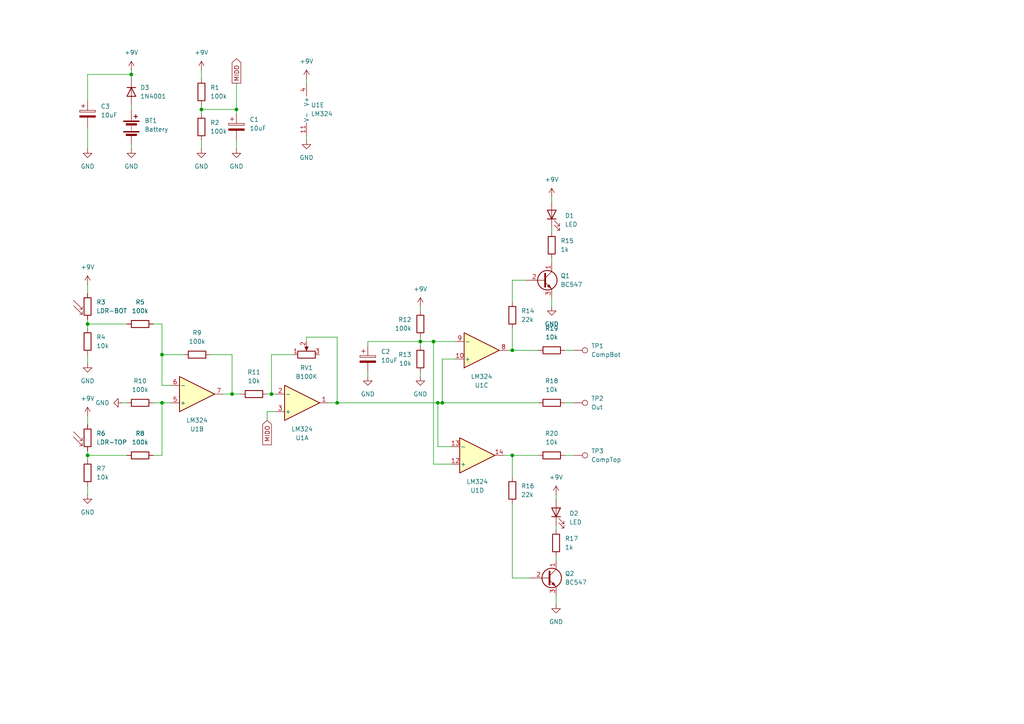
<source format=kicad_sch>
(kicad_sch (version 20231120) (generator "eeschema") (generator_version "8.0")
  (paper "A4")
  (lib_symbols
    (symbol "Amplifier_Operational:LM324" (pin_names (offset 0.127))
      (property "Reference" "U" (at 0 5.08 0))
      (property "Value" "LM324" (at 0 -5.08 0))
      (symbol "LM324_1_1"
        (polyline (pts (xy -5.08 5.08) (xy 5.08 0) (xy -5.08 -5.08) (xy -5.08 5.08)) (stroke (width 0.254)) (fill (type background)))
        (pin output line (at 7.62 0 180) (length 2.54) (name "~") (number "1"))
        (pin input line (at -7.62 -2.54 0) (length 2.54) (name "-") (number "2"))
        (pin input line (at -7.62 2.54 0) (length 2.54) (name "+") (number "3"))
      )
      (symbol "LM324_2_1"
        (polyline (pts (xy -5.08 5.08) (xy 5.08 0) (xy -5.08 -5.08) (xy -5.08 5.08)) (stroke (width 0.254)) (fill (type background)))
        (pin input line (at -7.62 2.54 0) (length 2.54) (name "+") (number "5"))
        (pin input line (at -7.62 -2.54 0) (length 2.54) (name "-") (number "6"))
        (pin output line (at 7.62 0 180) (length 2.54) (name "~") (number "7"))
      )
      (symbol "LM324_3_1"
        (polyline (pts (xy -5.08 5.08) (xy 5.08 0) (xy -5.08 -5.08) (xy -5.08 5.08)) (stroke (width 0.254)) (fill (type background)))
        (pin input line (at -7.62 2.54 0) (length 2.54) (name "+") (number "10"))
        (pin output line (at 7.62 0 180) (length 2.54) (name "~") (number "8"))
        (pin input line (at -7.62 -2.54 0) (length 2.54) (name "-") (number "9"))
      )
      (symbol "LM324_4_1"
        (polyline (pts (xy -5.08 5.08) (xy 5.08 0) (xy -5.08 -5.08) (xy -5.08 5.08)) (stroke (width 0.254)) (fill (type background)))
        (pin input line (at -7.62 2.54 0) (length 2.54) (name "+") (number "12"))
        (pin input line (at -7.62 -2.54 0) (length 2.54) (name "-") (number "13"))
        (pin output line (at 7.62 0 180) (length 2.54) (name "~") (number "14"))
      )
      (symbol "LM324_5_1"
        (pin power_in line (at -2.54 -7.62 90) (length 3.81) (name "V-") (number "11"))
        (pin power_in line (at -2.54 7.62 270) (length 3.81) (name "V+") (number "4"))
      )
    )
    (symbol "Connector:TestPoint" (pin_numbers hide) (pin_names (offset 0.762) hide)
      (property "Reference" "TP" (at 0 6.858 0))
      (property "Value" "TestPoint" (at 0 5.08 0))
      (symbol "TestPoint_0_1"
        (circle (center 0 3.302) (radius 0.762))
      )
      (symbol "TestPoint_1_1"
        (pin passive line (at 0 0 90) (length 2.54) (name "1") (number "1"))
      )
    )
    (symbol "Device:Battery" (pin_numbers hide) (pin_names (offset 0) hide)
      (property "Reference" "BT" (at 2.54 2.54 0))
      (property "Value" "Battery" (at 2.54 0 0))
      (symbol "Battery_0_1"
        (rectangle (start -2.286 -1.27) (end 2.286 -1.524) (fill (type outline)))
        (rectangle (start -2.286 1.778) (end 2.286 1.524) (fill (type outline)))
        (rectangle (start -1.524 -2.032) (end 1.524 -2.54) (fill (type outline)))
        (rectangle (start -1.524 1.016) (end 1.524 0.508) (fill (type outline)))
        (polyline (pts (xy 0 -1.016) (xy 0 -0.762)))
        (polyline (pts (xy 0 -0.508) (xy 0 -0.254)))
        (polyline (pts (xy 0 0) (xy 0 0.254)))
        (polyline (pts (xy 0 1.778) (xy 0 2.54)))
        (polyline (pts (xy 0.762 3.048) (xy 1.778 3.048)) (stroke (width 0.254)))
        (polyline (pts (xy 1.27 3.556) (xy 1.27 2.54)) (stroke (width 0.254)))
      )
      (symbol "Battery_1_1"
        (pin passive line (at 0 5.08 270) (length 2.54) (name "+") (number "1"))
        (pin passive line (at 0 -5.08 90) (length 2.54) (name "-") (number "2"))
      )
    )
    (symbol "Device:C_Polarized" (pin_numbers hide) (pin_names (offset 0.254))
      (property "Reference" "C" (at 0.635 2.54 0))
      (property "Value" "C_Polarized" (at 0.635 -2.54 0))
      (symbol "C_Polarized_0_1"
        (rectangle (start -2.286 0.508) (end 2.286 1.016))
        (polyline (pts (xy -1.778 2.286) (xy -0.762 2.286)))
        (polyline (pts (xy -1.27 2.794) (xy -1.27 1.778)))
        (rectangle (start 2.286 -0.508) (end -2.286 -1.016) (fill (type outline)))
      )
      (symbol "C_Polarized_1_1"
        (pin passive line (at 0 3.81 270) (length 2.794) (name "~") (number "1"))
        (pin passive line (at 0 -3.81 90) (length 2.794) (name "~") (number "2"))
      )
    )
    (symbol "Device:LED" (pin_numbers hide) (pin_names (offset 1.016) hide)
      (property "Reference" "D" (at 0 2.54 0))
      (property "Value" "LED" (at 0 -2.54 0))
      (symbol "LED_0_1"
        (polyline (pts (xy -1.27 -1.27) (xy -1.27 1.27)) (stroke (width 0.254)))
        (polyline (pts (xy -1.27 0) (xy 1.27 0)))
        (polyline (pts (xy 1.27 -1.27) (xy 1.27 1.27) (xy -1.27 0) (xy 1.27 -1.27)) (stroke (width 0.254)))
        (polyline (pts (xy -3.048 -0.762) (xy -4.572 -2.286) (xy -3.81 -2.286) (xy -4.572 -2.286) (xy -4.572 -1.524)))
        (polyline (pts (xy -1.778 -0.762) (xy -3.302 -2.286) (xy -2.54 -2.286) (xy -3.302 -2.286) (xy -3.302 -1.524)))
      )
      (symbol "LED_1_1"
        (pin passive line (at -3.81 0 0) (length 2.54) (name "K") (number "1"))
        (pin passive line (at 3.81 0 180) (length 2.54) (name "A") (number "2"))
      )
    )
    (symbol "Device:R" (pin_numbers hide) (pin_names (offset 0))
      (property "Reference" "R" (at 2.032 0 90))
      (property "Value" "R" (at 0 0 90))
      (symbol "R_0_1"
        (rectangle (start -1.016 -2.54) (end 1.016 2.54) (stroke (width 0.254)))
      )
      (symbol "R_1_1"
        (pin passive line (at 0 3.81 270) (length 1.27) (name "~") (number "1"))
        (pin passive line (at 0 -3.81 90) (length 1.27) (name "~") (number "2"))
      )
    )
    (symbol "Device:R_Potentiometer" (pin_names (offset 1.016) hide)
      (property "Reference" "RV" (at -4.445 0 90))
      (property "Value" "R_Potentiometer" (at -2.54 0 90))
      (symbol "R_Potentiometer_0_1"
        (polyline (pts (xy 2.54 0) (xy 1.524 0)))
        (polyline (pts (xy 1.143 0) (xy 2.286 0.508) (xy 2.286 -0.508) (xy 1.143 0)) (fill (type outline)))
        (rectangle (start 1.016 2.54) (end -1.016 -2.54) (stroke (width 0.254)))
      )
      (symbol "R_Potentiometer_1_1"
        (pin passive line (at 0 3.81 270) (length 1.27) (name "1") (number "1"))
        (pin passive line (at 3.81 0 180) (length 1.27) (name "2") (number "2"))
        (pin passive line (at 0 -3.81 90) (length 1.27) (name "3") (number "3"))
      )
    )
    (symbol "Diode:1N4001" (pin_numbers hide) (pin_names hide)
      (property "Reference" "D" (at 0 2.54 0))
      (property "Value" "1N4001" (at 0 -2.54 0))
      (symbol "1N4001_0_1"
        (polyline (pts (xy -1.27 1.27) (xy -1.27 -1.27)) (stroke (width 0.254)))
        (polyline (pts (xy 1.27 0) (xy -1.27 0)))
        (polyline (pts (xy 1.27 1.27) (xy 1.27 -1.27) (xy -1.27 0) (xy 1.27 1.27)) (stroke (width 0.254)))
      )
      (symbol "1N4001_1_1"
        (pin passive line (at -3.81 0 0) (length 2.54) (name "K") (number "1"))
        (pin passive line (at 3.81 0 180) (length 2.54) (name "A") (number "2"))
      )
    )
    (symbol "Sensor_Optical:LDR03" (pin_numbers hide) (pin_names (offset 0))
      (property "Reference" "R" (at -5.08 0 90))
      (property "Value" "LDR03" (at 1.905 0 90))
      (symbol "LDR03_0_1"
        (rectangle (start -1.016 2.54) (end 1.016 -2.54) (stroke (width 0.254)))
        (polyline (pts (xy -1.524 -2.286) (xy -4.064 0.254)))
        (polyline (pts (xy -1.524 -2.286) (xy -2.286 -2.286)))
        (polyline (pts (xy -1.524 -2.286) (xy -1.524 -1.524)))
        (polyline (pts (xy -1.524 -0.762) (xy -4.064 1.778)))
        (polyline (pts (xy -1.524 -0.762) (xy -2.286 -0.762)))
        (polyline (pts (xy -1.524 -0.762) (xy -1.524 0)))
      )
      (symbol "LDR03_1_1"
        (pin passive line (at 0 3.81 270) (length 1.27) (name "~") (number "1"))
        (pin passive line (at 0 -3.81 90) (length 1.27) (name "~") (number "2"))
      )
    )
    (symbol "Transistor_BJT:BC547" (pin_names (offset 0) hide)
      (property "Reference" "Q" (at 5.08 1.905 0))
      (property "Value" "BC547" (at 5.08 0 0))
      (symbol "BC547_0_1"
        (polyline (pts (xy 0 0) (xy 0.635 0)))
        (polyline (pts (xy 0.635 0.635) (xy 2.54 2.54)))
        (polyline (pts (xy 0.635 -0.635) (xy 2.54 -2.54) (xy 2.54 -2.54)))
        (polyline (pts (xy 0.635 1.905) (xy 0.635 -1.905) (xy 0.635 -1.905)) (stroke (width 0.508)))
        (polyline (pts (xy 1.27 -1.778) (xy 1.778 -1.27) (xy 2.286 -2.286) (xy 1.27 -1.778) (xy 1.27 -1.778)) (fill (type outline)))
        (circle (center 1.27 0) (radius 2.8194) (stroke (width 0.254)))
      )
      (symbol "BC547_1_1"
        (pin passive line (at 2.54 5.08 270) (length 2.54) (name "C") (number "1"))
        (pin input line (at -5.08 0 0) (length 5.08) (name "B") (number "2"))
        (pin passive line (at 2.54 -5.08 90) (length 2.54) (name "E") (number "3"))
      )
    )
    (symbol "power:+9V" (power) (pin_numbers hide) (pin_names (offset 0) hide)
      (property "Value" "+9V" (at 0 3.556 0))
      (symbol "+9V_0_1"
        (polyline (pts (xy -0.762 1.27) (xy 0 2.54)))
        (polyline (pts (xy 0 0) (xy 0 2.54)))
        (polyline (pts (xy 0 2.54) (xy 0.762 1.27)))
      )
      (symbol "+9V_1_1"
        (pin power_in line (at 0 0 90) (length 0) (name "~") (number "1"))
      )
    )
    (symbol "power:GND" (power) (pin_numbers hide) (pin_names (offset 0) hide)
      (property "Value" "GND" (at 0 -3.81 0))
      (symbol "GND_0_1"
        (polyline (pts (xy 0 0) (xy 0 -1.27) (xy 1.27 -1.27) (xy 0 -2.54) (xy -1.27 -1.27) (xy 0 -1.27)))
      )
      (symbol "GND_1_1"
        (pin power_in line (at 0 0 270) (length 0) (name "~") (number "1"))
      )
    )
  )
  (junction (at 25.4 132.08))
  (junction (at 148.59 132.08))
  (junction (at 78.74 114.3))
  (junction (at 38.1 21.59))
  (junction (at 121.92 99.06))
  (junction (at 125.73 99.06))
  (junction (at 127 116.84))
  (junction (at 68.58 31.75))
  (junction (at 148.59 101.6))
  (junction (at 67.31 114.3))
  (junction (at 128.27 116.84))
  (junction (at 46.99 102.87))
  (junction (at 25.4 93.98))
  (junction (at 58.42 31.75))
  (junction (at 46.99 116.84))
  (junction (at 97.79 116.84))
  (wire (pts (xy 68.58 24.13) (xy 68.58 31.75)))
  (wire (pts (xy 121.92 88.9) (xy 121.92 90.17)))
  (wire (pts (xy 25.4 140.97) (xy 25.4 143.51)))
  (wire (pts (xy 25.4 92.71) (xy 25.4 93.98)))
  (wire (pts (xy 77.47 114.3) (xy 78.74 114.3)))
  (wire (pts (xy 106.68 99.06) (xy 106.68 100.33)))
  (wire (pts (xy 38.1 21.59) (xy 25.4 21.59)))
  (wire (pts (xy 148.59 101.6) (xy 156.21 101.6)))
  (wire (pts (xy 46.99 102.87) (xy 46.99 111.76)))
  (wire (pts (xy 148.59 95.25) (xy 148.59 101.6)))
  (wire (pts (xy 161.29 143.51) (xy 161.29 144.78)))
  (wire (pts (xy 125.73 99.06) (xy 125.73 134.62)))
  (wire (pts (xy 128.27 116.84) (xy 156.21 116.84)))
  (wire (pts (xy 38.1 20.32) (xy 38.1 21.59)))
  (wire (pts (xy 161.29 161.29) (xy 161.29 162.56)))
  (wire (pts (xy 58.42 30.48) (xy 58.42 31.75)))
  (wire (pts (xy 78.74 114.3) (xy 80.01 114.3)))
  (wire (pts (xy 146.05 132.08) (xy 148.59 132.08)))
  (wire (pts (xy 78.74 102.87) (xy 78.74 114.3)))
  (wire (pts (xy 38.1 41.91) (xy 38.1 43.18)))
  (wire (pts (xy 25.4 36.83) (xy 25.4 43.18)))
  (wire (pts (xy 127 116.84) (xy 127 129.54)))
  (wire (pts (xy 88.9 97.79) (xy 97.79 97.79)))
  (wire (pts (xy 58.42 31.75) (xy 58.42 33.02)))
  (wire (pts (xy 67.31 114.3) (xy 69.85 114.3)))
  (wire (pts (xy 58.42 31.75) (xy 68.58 31.75)))
  (wire (pts (xy 46.99 93.98) (xy 44.45 93.98)))
  (wire (pts (xy 160.02 86.36) (xy 160.02 88.9)))
  (wire (pts (xy 35.56 116.84) (xy 36.83 116.84)))
  (wire (pts (xy 25.4 120.65) (xy 25.4 123.19)))
  (wire (pts (xy 67.31 102.87) (xy 67.31 114.3)))
  (wire (pts (xy 121.92 107.95) (xy 121.92 109.22)))
  (wire (pts (xy 25.4 130.81) (xy 25.4 132.08)))
  (wire (pts (xy 130.81 134.62) (xy 125.73 134.62)))
  (wire (pts (xy 148.59 132.08) (xy 148.59 138.43)))
  (wire (pts (xy 49.53 111.76) (xy 46.99 111.76)))
  (wire (pts (xy 25.4 132.08) (xy 25.4 133.35)))
  (wire (pts (xy 125.73 99.06) (xy 132.08 99.06)))
  (wire (pts (xy 152.4 81.28) (xy 148.59 81.28)))
  (wire (pts (xy 163.83 132.08) (xy 166.37 132.08)))
  (wire (pts (xy 106.68 107.95) (xy 106.68 109.22)))
  (wire (pts (xy 25.4 132.08) (xy 36.83 132.08)))
  (wire (pts (xy 97.79 97.79) (xy 97.79 116.84)))
  (wire (pts (xy 163.83 101.6) (xy 166.37 101.6)))
  (wire (pts (xy 148.59 146.05) (xy 148.59 167.64)))
  (wire (pts (xy 44.45 116.84) (xy 46.99 116.84)))
  (wire (pts (xy 25.4 93.98) (xy 25.4 95.25)))
  (wire (pts (xy 148.59 81.28) (xy 148.59 87.63)))
  (wire (pts (xy 97.79 116.84) (xy 127 116.84)))
  (wire (pts (xy 160.02 66.04) (xy 160.02 67.31)))
  (wire (pts (xy 25.4 21.59) (xy 25.4 29.21)))
  (wire (pts (xy 88.9 22.86) (xy 88.9 24.13)))
  (wire (pts (xy 25.4 93.98) (xy 36.83 93.98)))
  (wire (pts (xy 163.83 116.84) (xy 166.37 116.84)))
  (wire (pts (xy 67.31 114.3) (xy 64.77 114.3)))
  (wire (pts (xy 25.4 102.87) (xy 25.4 105.41)))
  (wire (pts (xy 77.47 119.38) (xy 77.47 121.92)))
  (wire (pts (xy 68.58 31.75) (xy 68.58 33.02)))
  (wire (pts (xy 88.9 39.37) (xy 88.9 40.64)))
  (wire (pts (xy 88.9 97.79) (xy 88.9 99.06)))
  (wire (pts (xy 121.92 99.06) (xy 106.68 99.06)))
  (wire (pts (xy 38.1 21.59) (xy 38.1 22.86)))
  (wire (pts (xy 80.01 119.38) (xy 77.47 119.38)))
  (wire (pts (xy 130.81 129.54) (xy 127 129.54)))
  (wire (pts (xy 128.27 104.14) (xy 132.08 104.14)))
  (wire (pts (xy 128.27 116.84) (xy 127 116.84)))
  (wire (pts (xy 46.99 93.98) (xy 46.99 102.87)))
  (wire (pts (xy 161.29 172.72) (xy 161.29 175.26)))
  (wire (pts (xy 46.99 102.87) (xy 53.34 102.87)))
  (wire (pts (xy 121.92 97.79) (xy 121.92 99.06)))
  (wire (pts (xy 160.02 74.93) (xy 160.02 76.2)))
  (wire (pts (xy 58.42 40.64) (xy 58.42 43.18)))
  (wire (pts (xy 58.42 20.32) (xy 58.42 22.86)))
  (wire (pts (xy 38.1 31.75) (xy 38.1 30.48)))
  (wire (pts (xy 153.67 167.64) (xy 148.59 167.64)))
  (wire (pts (xy 95.25 116.84) (xy 97.79 116.84)))
  (wire (pts (xy 49.53 116.84) (xy 46.99 116.84)))
  (wire (pts (xy 148.59 101.6) (xy 147.32 101.6)))
  (wire (pts (xy 60.96 102.87) (xy 67.31 102.87)))
  (wire (pts (xy 85.09 102.87) (xy 78.74 102.87)))
  (wire (pts (xy 68.58 40.64) (xy 68.58 43.18)))
  (wire (pts (xy 161.29 152.4) (xy 161.29 153.67)))
  (wire (pts (xy 46.99 132.08) (xy 44.45 132.08)))
  (wire (pts (xy 128.27 116.84) (xy 128.27 104.14)))
  (wire (pts (xy 148.59 132.08) (xy 156.21 132.08)))
  (wire (pts (xy 121.92 99.06) (xy 125.73 99.06)))
  (wire (pts (xy 121.92 99.06) (xy 121.92 100.33)))
  (wire (pts (xy 46.99 116.84) (xy 46.99 132.08)))
  (wire (pts (xy 25.4 82.55) (xy 25.4 85.09)))
  (wire (pts (xy 160.02 57.15) (xy 160.02 58.42)))
  (global_label "MIDO" (shape output) (at 68.58 24.13 90) (property "Intersheetrefs" "${INTERSHEET_REFS}" (effects (hide yes))))
  (global_label "MIDO" (shape input) (at 77.47 121.92 270) (property "Intersheetrefs" "${INTERSHEET_REFS}" (effects (hide yes))))
  (symbol (lib_id "Device:R") (at 160.02 71.12 0) (unit 1)
    (property "Reference" "R15" (at 162.56 69.8499 0) (effects (justify left)))
    (property "Value" "1k" (at 162.56 72.3899 0) (effects (justify left)))
    (property "Footprint" "diy-nabra:r3" (effects (hide yes)))
    (property "Description" "Resistor" (effects (hide yes)))
  )
  (symbol (lib_id "power:+9V") (at 121.92 88.9 0) (unit 1)
    (property "Reference" "#PWR013" (effects (hide yes)))
    (property "Value" "+9V" (at 121.92 83.82 0))
    (property "Description" "Power symbol creates a global label with name \"+9V\"" (effects (hide yes)))
  )
  (symbol (lib_id "power:GND") (at 106.68 109.22 0) (unit 1)
    (property "Reference" "#PWR015" (effects (hide yes)))
    (property "Value" "GND" (at 106.68 114.3 0))
    (property "Description" "Power symbol creates a global label with name \"GND\" , ground" (effects (hide yes)))
  )
  (symbol (lib_id "Device:R") (at 58.42 36.83 0) (unit 1)
    (property "Reference" "R2" (at 60.96 35.5599 0) (effects (justify left)))
    (property "Value" "100k" (at 60.96 38.0999 0) (effects (justify left)))
    (property "Footprint" "diy-nabra:r3" (effects (hide yes)))
    (property "Description" "Resistor" (effects (hide yes)))
  )
  (symbol (lib_id "Device:R") (at 58.42 26.67 0) (unit 1)
    (property "Reference" "R1" (at 60.96 25.3999 0) (effects (justify left)))
    (property "Value" "100k" (at 60.96 27.9399 0) (effects (justify left)))
    (property "Footprint" "diy-nabra:r3" (effects (hide yes)))
    (property "Description" "Resistor" (effects (hide yes)))
  )
  (symbol (lib_id "Device:C_Polarized") (at 68.58 36.83 0) (unit 1)
    (property "Reference" "C1" (at 72.39 34.6709 0) (effects (justify left)))
    (property "Value" "10uF" (at 72.39 37.2109 0) (effects (justify left)))
    (property "Footprint" "diy-nabra:cel1" (effects (hide yes)))
    (property "Description" "Polarized capacitor" (effects (hide yes)))
  )
  (symbol (lib_id "Transistor_BJT:BC547") (at 158.75 167.64 0) (unit 1)
    (property "Reference" "Q2" (at 163.83 166.3699 0) (effects (justify left)))
    (property "Value" "BC547" (at 163.83 168.9099 0) (effects (justify left)))
    (property "Footprint" "diy-nabra:qnpn" (effects (hide yes)))
    (property "Datasheet" "https://www.onsemi.com/pub/Collateral/BC550-D.pdf" (effects (hide yes)))
    (property "Description" "0.1A Ic, 45V Vce, Small Signal NPN Transistor, TO-92" (effects (hide yes)))
  )
  (symbol (lib_id "power:GND") (at 161.29 175.26 0) (unit 1)
    (property "Reference" "#PWR019" (effects (hide yes)))
    (property "Value" "GND" (at 161.29 180.34 0))
    (property "Description" "Power symbol creates a global label with name \"GND\" , ground" (effects (hide yes)))
  )
  (symbol (lib_id "Device:R") (at 40.64 132.08 90) (unit 1)
    (property "Reference" "R8" (at 40.64 125.73 90))
    (property "Value" "100k" (at 40.64 128.27 90))
    (property "Footprint" "diy-nabra:r3" (effects (hide yes)))
    (property "Description" "Resistor" (effects (hide yes)))
  )
  (symbol (lib_id "Amplifier_Operational:LM324") (at 91.44 31.75 0) (unit 5)
    (property "Reference" "U1" (at 90.17 30.4799 0) (effects (justify left)))
    (property "Value" "LM324" (at 90.17 33.0199 0) (effects (justify left)))
    (property "Footprint" "diy-nabra:dip14" (effects (hide yes)))
    (property "Datasheet" "http://www.ti.com/lit/ds/symlink/lm2902-n.pdf" (effects (hide yes)))
    (property "Description" "Low-Power, Quad-Operational Amplifiers, DIP-14/SOIC-14/SSOP-14" (effects (hide yes)))
  )
  (symbol (lib_id "Device:Battery") (at 38.1 36.83 0) (unit 1)
    (property "Reference" "BT1" (at 41.91 34.9884 0) (effects (justify left)))
    (property "Value" "Battery" (at 41.91 37.5284 0) (effects (justify left)))
    (property "Footprint" "diy-nabra:wobelisk" (effects (hide yes)))
    (property "Description" "Multiple-cell battery" (effects (hide yes)))
  )
  (symbol (lib_id "power:GND") (at 121.92 109.22 0) (unit 1)
    (property "Reference" "#PWR014" (effects (hide yes)))
    (property "Value" "GND" (at 121.92 114.3 0))
    (property "Description" "Power symbol creates a global label with name \"GND\" , ground" (effects (hide yes)))
  )
  (symbol (lib_id "Sensor_Optical:LDR03") (at 25.4 88.9 0) (unit 1)
    (property "Reference" "R3" (at 27.94 87.6299 0) (effects (justify left)))
    (property "Value" "LDR-BOT" (at 27.94 90.1699 0) (effects (justify left)))
    (property "Footprint" "diy-nabra:cadsulfide_sm" (effects (hide yes)))
    (property "Datasheet" "http://www.elektronica-componenten.nl/WebRoot/StoreNL/Shops/61422969/54F1/BA0C/C664/31B9/2173/C0A8/2AB9/2AEF/LDR03IMP.pdf" (effects (hide yes)))
    (property "Description" "light dependent resistor" (effects (hide yes)))
  )
  (symbol (lib_id "Device:R") (at 40.64 116.84 90) (unit 1)
    (property "Reference" "R10" (at 40.64 110.49 90))
    (property "Value" "100k" (at 40.64 113.03 90))
    (property "Footprint" "diy-nabra:r3" (effects (hide yes)))
    (property "Description" "Resistor" (effects (hide yes)))
  )
  (symbol (lib_id "Device:LED") (at 160.02 62.23 90) (unit 1)
    (property "Reference" "D1" (at 163.83 62.5474 90) (effects (justify right)))
    (property "Value" "LED" (at 163.83 65.0874 90) (effects (justify right)))
    (property "Footprint" "diy-nabra:led" (effects (hide yes)))
    (property "Description" "Light emitting diode" (effects (hide yes)))
  )
  (symbol (lib_id "power:+9V") (at 25.4 120.65 0) (unit 1)
    (property "Reference" "#PWR08" (effects (hide yes)))
    (property "Value" "+9V" (at 25.4 115.57 0))
    (property "Description" "Power symbol creates a global label with name \"+9V\"" (effects (hide yes)))
  )
  (symbol (lib_id "Connector:TestPoint") (at 166.37 101.6 270) (unit 1)
    (property "Reference" "TP1" (at 171.45 100.3299 90) (effects (justify left)))
    (property "Value" "CompBot" (at 171.45 102.8699 90) (effects (justify left)))
    (property "Footprint" "diy-nabra:wsqout" (effects (hide yes)))
    (property "Description" "test point" (effects (hide yes)))
  )
  (symbol (lib_id "Device:R") (at 160.02 101.6 90) (unit 1)
    (property "Reference" "R19" (at 160.02 95.25 90))
    (property "Value" "10k" (at 160.02 97.79 90))
    (property "Footprint" "diy-nabra:r3" (effects (hide yes)))
    (property "Description" "Resistor" (effects (hide yes)))
  )
  (symbol (lib_id "power:GND") (at 25.4 143.51 0) (unit 1)
    (property "Reference" "#PWR09" (effects (hide yes)))
    (property "Value" "GND" (at 25.4 148.59 0))
    (property "Description" "Power symbol creates a global label with name \"GND\" , ground" (effects (hide yes)))
  )
  (symbol (lib_id "power:GND") (at 68.58 43.18 0) (unit 1)
    (property "Reference" "#PWR02" (effects (hide yes)))
    (property "Value" "GND" (at 68.58 48.26 0))
    (property "Description" "Power symbol creates a global label with name \"GND\" , ground" (effects (hide yes)))
  )
  (symbol (lib_id "power:GND") (at 38.1 43.18 0) (unit 1)
    (property "Reference" "#PWR03" (effects (hide yes)))
    (property "Value" "GND" (at 38.1 48.26 0))
    (property "Description" "Power symbol creates a global label with name \"GND\" , ground" (effects (hide yes)))
  )
  (symbol (lib_id "power:+9V") (at 58.42 20.32 0) (unit 1)
    (property "Reference" "#PWR05" (effects (hide yes)))
    (property "Value" "+9V" (at 58.42 15.24 0))
    (property "Description" "Power symbol creates a global label with name \"+9V\"" (effects (hide yes)))
  )
  (symbol (lib_id "Device:C_Polarized") (at 106.68 104.14 0) (unit 1)
    (property "Reference" "C2" (at 110.49 101.9809 0) (effects (justify left)))
    (property "Value" "10uF" (at 110.49 104.5209 0) (effects (justify left)))
    (property "Footprint" "diy-nabra:cel1" (effects (hide yes)))
    (property "Description" "Polarized capacitor" (effects (hide yes)))
  )
  (symbol (lib_id "Device:R") (at 161.29 157.48 0) (unit 1)
    (property "Reference" "R17" (at 163.83 156.2099 0) (effects (justify left)))
    (property "Value" "1k" (at 163.83 158.7499 0) (effects (justify left)))
    (property "Footprint" "diy-nabra:r3" (effects (hide yes)))
    (property "Description" "Resistor" (effects (hide yes)))
  )
  (symbol (lib_id "power:GND") (at 58.42 43.18 0) (unit 1)
    (property "Reference" "#PWR01" (effects (hide yes)))
    (property "Value" "GND" (at 58.42 48.26 0))
    (property "Description" "Power symbol creates a global label with name \"GND\" , ground" (effects (hide yes)))
  )
  (symbol (lib_id "Device:R") (at 121.92 104.14 0) (mirror x) (unit 1)
    (property "Reference" "R13" (at 119.38 102.8699 0) (effects (justify right)))
    (property "Value" "10k" (at 119.38 105.4099 0) (effects (justify right)))
    (property "Footprint" "diy-nabra:r3" (effects (hide yes)))
    (property "Description" "Resistor" (effects (hide yes)))
  )
  (symbol (lib_id "Connector:TestPoint") (at 166.37 132.08 270) (unit 1)
    (property "Reference" "TP3" (at 171.45 130.8099 90) (effects (justify left)))
    (property "Value" "CompTop" (at 171.45 133.3499 90) (effects (justify left)))
    (property "Footprint" "diy-nabra:wsqout" (effects (hide yes)))
    (property "Description" "test point" (effects (hide yes)))
  )
  (symbol (lib_id "Device:LED") (at 161.29 148.59 90) (unit 1)
    (property "Reference" "D2" (at 165.1 148.9074 90) (effects (justify right)))
    (property "Value" "LED" (at 165.1 151.4474 90) (effects (justify right)))
    (property "Footprint" "diy-nabra:led" (effects (hide yes)))
    (property "Description" "Light emitting diode" (effects (hide yes)))
  )
  (symbol (lib_id "Amplifier_Operational:LM324") (at 139.7 101.6 0) (mirror x) (unit 3)
    (property "Reference" "U1" (at 139.7 111.76 0))
    (property "Value" "LM324" (at 139.7 109.22 0))
    (property "Footprint" "diy-nabra:dip14" (effects (hide yes)))
    (property "Datasheet" "http://www.ti.com/lit/ds/symlink/lm2902-n.pdf" (effects (hide yes)))
    (property "Description" "Low-Power, Quad-Operational Amplifiers, DIP-14/SOIC-14/SSOP-14" (effects (hide yes)))
  )
  (symbol (lib_id "power:+9V") (at 25.4 82.55 0) (unit 1)
    (property "Reference" "#PWR06" (effects (hide yes)))
    (property "Value" "+9V" (at 25.4 77.47 0))
    (property "Description" "Power symbol creates a global label with name \"+9V\"" (effects (hide yes)))
  )
  (symbol (lib_id "Device:R") (at 121.92 93.98 0) (mirror x) (unit 1)
    (property "Reference" "R12" (at 119.38 92.7099 0) (effects (justify right)))
    (property "Value" "100k" (at 119.38 95.2499 0) (effects (justify right)))
    (property "Footprint" "diy-nabra:r3" (effects (hide yes)))
    (property "Description" "Resistor" (effects (hide yes)))
  )
  (symbol (lib_id "Device:R_Potentiometer") (at 88.9 102.87 90) (unit 1)
    (property "Reference" "RV1" (at 88.9 106.68 90))
    (property "Value" "B100K" (at 88.9 109.22 90))
    (property "Footprint" "diy-nabra:wnob" (effects (hide yes)))
    (property "Description" "Potentiometer" (effects (hide yes)))
  )
  (symbol (lib_id "Device:C_Polarized") (at 25.4 33.02 0) (unit 1)
    (property "Reference" "C3" (at 29.21 30.8609 0) (effects (justify left)))
    (property "Value" "10uF" (at 29.21 33.4009 0) (effects (justify left)))
    (property "Footprint" "diy-nabra:cel1" (effects (hide yes)))
    (property "Description" "Polarized capacitor" (effects (hide yes)))
  )
  (symbol (lib_id "Device:R") (at 25.4 99.06 0) (unit 1)
    (property "Reference" "R4" (at 27.94 97.7899 0) (effects (justify left)))
    (property "Value" "10k" (at 27.94 100.3299 0) (effects (justify left)))
    (property "Footprint" "diy-nabra:r3" (effects (hide yes)))
    (property "Description" "Resistor" (effects (hide yes)))
  )
  (symbol (lib_id "Amplifier_Operational:LM324") (at 87.63 116.84 0) (mirror x) (unit 1)
    (property "Reference" "U1" (at 87.63 127 0))
    (property "Value" "LM324" (at 87.63 124.46 0))
    (property "Footprint" "diy-nabra:dip14" (effects (hide yes)))
    (property "Datasheet" "http://www.ti.com/lit/ds/symlink/lm2902-n.pdf" (effects (hide yes)))
    (property "Description" "Low-Power, Quad-Operational Amplifiers, DIP-14/SOIC-14/SSOP-14" (effects (hide yes)))
  )
  (symbol (lib_id "Amplifier_Operational:LM324") (at 57.15 114.3 0) (mirror x) (unit 2)
    (property "Reference" "U1" (at 57.15 124.46 0))
    (property "Value" "LM324" (at 57.15 121.92 0))
    (property "Footprint" "diy-nabra:dip14" (effects (hide yes)))
    (property "Datasheet" "http://www.ti.com/lit/ds/symlink/lm2902-n.pdf" (effects (hide yes)))
    (property "Description" "Low-Power, Quad-Operational Amplifiers, DIP-14/SOIC-14/SSOP-14" (effects (hide yes)))
  )
  (symbol (lib_id "Device:R") (at 25.4 137.16 0) (unit 1)
    (property "Reference" "R7" (at 27.94 135.8899 0) (effects (justify left)))
    (property "Value" "10k" (at 27.94 138.4299 0) (effects (justify left)))
    (property "Footprint" "diy-nabra:r3" (effects (hide yes)))
    (property "Description" "Resistor" (effects (hide yes)))
  )
  (symbol (lib_id "Device:R") (at 57.15 102.87 90) (unit 1)
    (property "Reference" "R9" (at 57.15 96.52 90))
    (property "Value" "100k" (at 57.15 99.06 90))
    (property "Footprint" "diy-nabra:r3" (effects (hide yes)))
    (property "Description" "Resistor" (effects (hide yes)))
  )
  (symbol (lib_id "power:GND") (at 88.9 40.64 0) (unit 1)
    (property "Reference" "#PWR012" (effects (hide yes)))
    (property "Value" "GND" (at 88.9 45.72 0))
    (property "Description" "Power symbol creates a global label with name \"GND\" , ground" (effects (hide yes)))
  )
  (symbol (lib_id "Device:R") (at 160.02 132.08 90) (unit 1)
    (property "Reference" "R20" (at 160.02 125.73 90))
    (property "Value" "10k" (at 160.02 128.27 90))
    (property "Footprint" "diy-nabra:r3" (effects (hide yes)))
    (property "Description" "Resistor" (effects (hide yes)))
  )
  (symbol (lib_id "Sensor_Optical:LDR03") (at 25.4 127 0) (unit 1)
    (property "Reference" "R6" (at 27.94 125.7299 0) (effects (justify left)))
    (property "Value" "LDR-TOP" (at 27.94 128.2699 0) (effects (justify left)))
    (property "Footprint" "diy-nabra:cadsulfide_sm" (effects (hide yes)))
    (property "Datasheet" "http://www.elektronica-componenten.nl/WebRoot/StoreNL/Shops/61422969/54F1/BA0C/C664/31B9/2173/C0A8/2AB9/2AEF/LDR03IMP.pdf" (effects (hide yes)))
    (property "Description" "light dependent resistor" (effects (hide yes)))
  )
  (symbol (lib_id "power:+9V") (at 88.9 22.86 0) (unit 1)
    (property "Reference" "#PWR011" (effects (hide yes)))
    (property "Value" "+9V" (at 88.9 17.78 0))
    (property "Description" "Power symbol creates a global label with name \"+9V\"" (effects (hide yes)))
  )
  (symbol (lib_id "power:+9V") (at 38.1 20.32 0) (unit 1)
    (property "Reference" "#PWR04" (effects (hide yes)))
    (property "Value" "+9V" (at 38.1 15.24 0))
    (property "Description" "Power symbol creates a global label with name \"+9V\"" (effects (hide yes)))
  )
  (symbol (lib_id "power:+9V") (at 161.29 143.51 0) (unit 1)
    (property "Reference" "#PWR018" (effects (hide yes)))
    (property "Value" "+9V" (at 161.29 138.43 0))
    (property "Description" "Power symbol creates a global label with name \"+9V\"" (effects (hide yes)))
  )
  (symbol (lib_id "power:GND") (at 35.56 116.84 270) (unit 1)
    (property "Reference" "#PWR010" (effects (hide yes)))
    (property "Value" "GND" (at 31.75 116.8399 90) (effects (justify right)))
    (property "Description" "Power symbol creates a global label with name \"GND\" , ground" (effects (hide yes)))
  )
  (symbol (lib_id "power:GND") (at 160.02 88.9 0) (unit 1)
    (property "Reference" "#PWR016" (effects (hide yes)))
    (property "Value" "GND" (at 160.02 93.98 0))
    (property "Description" "Power symbol creates a global label with name \"GND\" , ground" (effects (hide yes)))
  )
  (symbol (lib_id "power:GND") (at 25.4 105.41 0) (unit 1)
    (property "Reference" "#PWR07" (effects (hide yes)))
    (property "Value" "GND" (at 25.4 110.49 0))
    (property "Description" "Power symbol creates a global label with name \"GND\" , ground" (effects (hide yes)))
  )
  (symbol (lib_id "Device:R") (at 148.59 142.24 0) (unit 1)
    (property "Reference" "R16" (at 151.13 140.9699 0) (effects (justify left)))
    (property "Value" "22k" (at 151.13 143.5099 0) (effects (justify left)))
    (property "Footprint" "diy-nabra:r3" (effects (hide yes)))
    (property "Description" "Resistor" (effects (hide yes)))
  )
  (symbol (lib_id "Diode:1N4001") (at 38.1 26.67 270) (unit 1)
    (property "Reference" "D3" (at 40.64 25.3999 90) (effects (justify left)))
    (property "Value" "1N4001" (at 40.64 27.9399 90) (effects (justify left)))
    (property "Footprint" "diy-nabra:power-1n4001" (effects (hide yes)))
    (property "Datasheet" "http://www.vishay.com/docs/88503/1n4001.pdf" (effects (hide yes)))
    (property "Description" "50V 1A General Purpose Rectifier Diode, DO-41" (effects (hide yes)))
    (property "Sim.Device" "D" (effects (hide yes)))
    (property "Sim.Pins" "1=K 2=A" (effects (hide yes)))
  )
  (symbol (lib_id "Connector:TestPoint") (at 166.37 116.84 270) (unit 1)
    (property "Reference" "TP2" (at 171.45 115.5699 90) (effects (justify left)))
    (property "Value" "Out" (at 171.45 118.1099 90) (effects (justify left)))
    (property "Footprint" "diy-nabra:wsqout" (effects (hide yes)))
    (property "Description" "test point" (effects (hide yes)))
  )
  (symbol (lib_id "Device:R") (at 148.59 91.44 0) (unit 1)
    (property "Reference" "R14" (at 151.13 90.1699 0) (effects (justify left)))
    (property "Value" "22k" (at 151.13 92.7099 0) (effects (justify left)))
    (property "Footprint" "diy-nabra:r3" (effects (hide yes)))
    (property "Description" "Resistor" (effects (hide yes)))
  )
  (symbol (lib_id "Amplifier_Operational:LM324") (at 138.43 132.08 0) (mirror x) (unit 4)
    (property "Reference" "U1" (at 138.43 142.24 0))
    (property "Value" "LM324" (at 138.43 139.7 0))
    (property "Footprint" "diy-nabra:dip14" (effects (hide yes)))
    (property "Datasheet" "http://www.ti.com/lit/ds/symlink/lm2902-n.pdf" (effects (hide yes)))
    (property "Description" "Low-Power, Quad-Operational Amplifiers, DIP-14/SOIC-14/SSOP-14" (effects (hide yes)))
  )
  (symbol (lib_id "Device:R") (at 73.66 114.3 90) (unit 1)
    (property "Reference" "R11" (at 73.66 107.95 90))
    (property "Value" "10k" (at 73.66 110.49 90))
    (property "Footprint" "diy-nabra:r3" (effects (hide yes)))
    (property "Description" "Resistor" (effects (hide yes)))
  )
  (symbol (lib_id "Device:R") (at 160.02 116.84 90) (unit 1)
    (property "Reference" "R18" (at 160.02 110.49 90))
    (property "Value" "10k" (at 160.02 113.03 90))
    (property "Footprint" "diy-nabra:r3" (effects (hide yes)))
    (property "Description" "Resistor" (effects (hide yes)))
  )
  (symbol (lib_id "power:GND") (at 25.4 43.18 0) (unit 1)
    (property "Reference" "#PWR020" (effects (hide yes)))
    (property "Value" "GND" (at 25.4 48.26 0))
    (property "Description" "Power symbol creates a global label with name \"GND\" , ground" (effects (hide yes)))
  )
  (symbol (lib_id "power:+9V") (at 160.02 57.15 0) (unit 1)
    (property "Reference" "#PWR017" (effects (hide yes)))
    (property "Value" "+9V" (at 160.02 52.07 0))
    (property "Description" "Power symbol creates a global label with name \"+9V\"" (effects (hide yes)))
  )
  (symbol (lib_id "Transistor_BJT:BC547") (at 157.48 81.28 0) (unit 1)
    (property "Reference" "Q1" (at 162.56 80.0099 0) (effects (justify left)))
    (property "Value" "BC547" (at 162.56 82.5499 0) (effects (justify left)))
    (property "Footprint" "diy-nabra:qnpn" (effects (hide yes)))
    (property "Datasheet" "https://www.onsemi.com/pub/Collateral/BC550-D.pdf" (effects (hide yes)))
    (property "Description" "0.1A Ic, 45V Vce, Small Signal NPN Transistor, TO-92" (effects (hide yes)))
  )
  (symbol (lib_id "Device:R") (at 40.64 93.98 90) (unit 1)
    (property "Reference" "R5" (at 40.64 87.63 90))
    (property "Value" "100k" (at 40.64 90.17 90))
    (property "Footprint" "diy-nabra:r3" (effects (hide yes)))
    (property "Description" "Resistor" (effects (hide yes)))
  )
)
</source>
